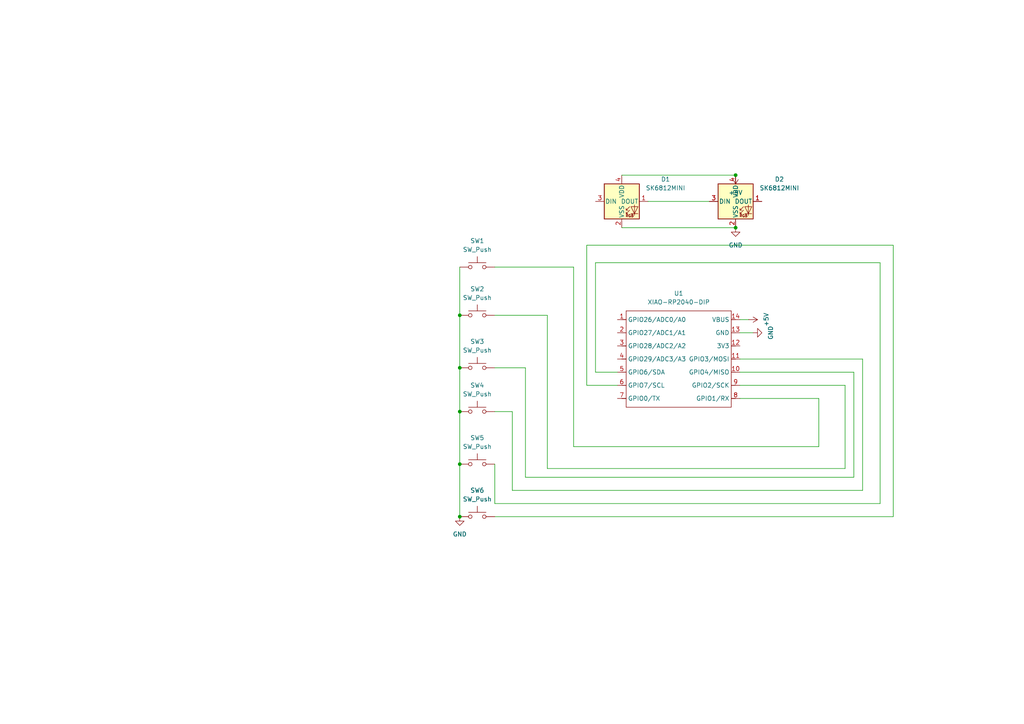
<source format=kicad_sch>
(kicad_sch
	(version 20250114)
	(generator "eeschema")
	(generator_version "9.0")
	(uuid "4443c7d6-165d-46f1-945f-3abb6ff546b3")
	(paper "A4")
	(lib_symbols
		(symbol "LED:SK6812MINI"
			(pin_names
				(offset 0.254)
			)
			(exclude_from_sim no)
			(in_bom yes)
			(on_board yes)
			(property "Reference" "D"
				(at 5.08 5.715 0)
				(effects
					(font
						(size 1.27 1.27)
					)
					(justify right bottom)
				)
			)
			(property "Value" "SK6812MINI"
				(at 1.27 -5.715 0)
				(effects
					(font
						(size 1.27 1.27)
					)
					(justify left top)
				)
			)
			(property "Footprint" "LED_SMD:LED_SK6812MINI_PLCC4_3.5x3.5mm_P1.75mm"
				(at 1.27 -7.62 0)
				(effects
					(font
						(size 1.27 1.27)
					)
					(justify left top)
					(hide yes)
				)
			)
			(property "Datasheet" "https://cdn-shop.adafruit.com/product-files/2686/SK6812MINI_REV.01-1-2.pdf"
				(at 2.54 -9.525 0)
				(effects
					(font
						(size 1.27 1.27)
					)
					(justify left top)
					(hide yes)
				)
			)
			(property "Description" "RGB LED with integrated controller"
				(at 0 0 0)
				(effects
					(font
						(size 1.27 1.27)
					)
					(hide yes)
				)
			)
			(property "ki_keywords" "RGB LED NeoPixel Mini addressable"
				(at 0 0 0)
				(effects
					(font
						(size 1.27 1.27)
					)
					(hide yes)
				)
			)
			(property "ki_fp_filters" "LED*SK6812MINI*PLCC*3.5x3.5mm*P1.75mm*"
				(at 0 0 0)
				(effects
					(font
						(size 1.27 1.27)
					)
					(hide yes)
				)
			)
			(symbol "SK6812MINI_0_0"
				(text "RGB"
					(at 2.286 -4.191 0)
					(effects
						(font
							(size 0.762 0.762)
						)
					)
				)
			)
			(symbol "SK6812MINI_0_1"
				(polyline
					(pts
						(xy 1.27 -2.54) (xy 1.778 -2.54)
					)
					(stroke
						(width 0)
						(type default)
					)
					(fill
						(type none)
					)
				)
				(polyline
					(pts
						(xy 1.27 -3.556) (xy 1.778 -3.556)
					)
					(stroke
						(width 0)
						(type default)
					)
					(fill
						(type none)
					)
				)
				(polyline
					(pts
						(xy 2.286 -1.524) (xy 1.27 -2.54) (xy 1.27 -2.032)
					)
					(stroke
						(width 0)
						(type default)
					)
					(fill
						(type none)
					)
				)
				(polyline
					(pts
						(xy 2.286 -2.54) (xy 1.27 -3.556) (xy 1.27 -3.048)
					)
					(stroke
						(width 0)
						(type default)
					)
					(fill
						(type none)
					)
				)
				(polyline
					(pts
						(xy 3.683 -1.016) (xy 3.683 -3.556) (xy 3.683 -4.064)
					)
					(stroke
						(width 0)
						(type default)
					)
					(fill
						(type none)
					)
				)
				(polyline
					(pts
						(xy 4.699 -1.524) (xy 2.667 -1.524) (xy 3.683 -3.556) (xy 4.699 -1.524)
					)
					(stroke
						(width 0)
						(type default)
					)
					(fill
						(type none)
					)
				)
				(polyline
					(pts
						(xy 4.699 -3.556) (xy 2.667 -3.556)
					)
					(stroke
						(width 0)
						(type default)
					)
					(fill
						(type none)
					)
				)
				(rectangle
					(start 5.08 5.08)
					(end -5.08 -5.08)
					(stroke
						(width 0.254)
						(type default)
					)
					(fill
						(type background)
					)
				)
			)
			(symbol "SK6812MINI_1_1"
				(pin input line
					(at -7.62 0 0)
					(length 2.54)
					(name "DIN"
						(effects
							(font
								(size 1.27 1.27)
							)
						)
					)
					(number "3"
						(effects
							(font
								(size 1.27 1.27)
							)
						)
					)
				)
				(pin power_in line
					(at 0 7.62 270)
					(length 2.54)
					(name "VDD"
						(effects
							(font
								(size 1.27 1.27)
							)
						)
					)
					(number "4"
						(effects
							(font
								(size 1.27 1.27)
							)
						)
					)
				)
				(pin power_in line
					(at 0 -7.62 90)
					(length 2.54)
					(name "VSS"
						(effects
							(font
								(size 1.27 1.27)
							)
						)
					)
					(number "2"
						(effects
							(font
								(size 1.27 1.27)
							)
						)
					)
				)
				(pin output line
					(at 7.62 0 180)
					(length 2.54)
					(name "DOUT"
						(effects
							(font
								(size 1.27 1.27)
							)
						)
					)
					(number "1"
						(effects
							(font
								(size 1.27 1.27)
							)
						)
					)
				)
			)
			(embedded_fonts no)
		)
		(symbol "Seeed_Studio_XIAO_Series:XIAO-RP2040-DIP"
			(exclude_from_sim no)
			(in_bom yes)
			(on_board yes)
			(property "Reference" "U"
				(at 0 0 0)
				(effects
					(font
						(size 1.27 1.27)
					)
				)
			)
			(property "Value" "XIAO-RP2040-DIP"
				(at 5.334 -1.778 0)
				(effects
					(font
						(size 1.27 1.27)
					)
				)
			)
			(property "Footprint" "Module:MOUDLE14P-XIAO-DIP-SMD"
				(at 14.478 -32.258 0)
				(effects
					(font
						(size 1.27 1.27)
					)
					(hide yes)
				)
			)
			(property "Datasheet" ""
				(at 0 0 0)
				(effects
					(font
						(size 1.27 1.27)
					)
					(hide yes)
				)
			)
			(property "Description" ""
				(at 0 0 0)
				(effects
					(font
						(size 1.27 1.27)
					)
					(hide yes)
				)
			)
			(symbol "XIAO-RP2040-DIP_1_0"
				(polyline
					(pts
						(xy -1.27 -2.54) (xy 29.21 -2.54)
					)
					(stroke
						(width 0.1524)
						(type solid)
					)
					(fill
						(type none)
					)
				)
				(polyline
					(pts
						(xy -1.27 -5.08) (xy -2.54 -5.08)
					)
					(stroke
						(width 0.1524)
						(type solid)
					)
					(fill
						(type none)
					)
				)
				(polyline
					(pts
						(xy -1.27 -5.08) (xy -1.27 -2.54)
					)
					(stroke
						(width 0.1524)
						(type solid)
					)
					(fill
						(type none)
					)
				)
				(polyline
					(pts
						(xy -1.27 -8.89) (xy -2.54 -8.89)
					)
					(stroke
						(width 0.1524)
						(type solid)
					)
					(fill
						(type none)
					)
				)
				(polyline
					(pts
						(xy -1.27 -8.89) (xy -1.27 -5.08)
					)
					(stroke
						(width 0.1524)
						(type solid)
					)
					(fill
						(type none)
					)
				)
				(polyline
					(pts
						(xy -1.27 -12.7) (xy -2.54 -12.7)
					)
					(stroke
						(width 0.1524)
						(type solid)
					)
					(fill
						(type none)
					)
				)
				(polyline
					(pts
						(xy -1.27 -12.7) (xy -1.27 -8.89)
					)
					(stroke
						(width 0.1524)
						(type solid)
					)
					(fill
						(type none)
					)
				)
				(polyline
					(pts
						(xy -1.27 -16.51) (xy -2.54 -16.51)
					)
					(stroke
						(width 0.1524)
						(type solid)
					)
					(fill
						(type none)
					)
				)
				(polyline
					(pts
						(xy -1.27 -16.51) (xy -1.27 -12.7)
					)
					(stroke
						(width 0.1524)
						(type solid)
					)
					(fill
						(type none)
					)
				)
				(polyline
					(pts
						(xy -1.27 -20.32) (xy -2.54 -20.32)
					)
					(stroke
						(width 0.1524)
						(type solid)
					)
					(fill
						(type none)
					)
				)
				(polyline
					(pts
						(xy -1.27 -24.13) (xy -2.54 -24.13)
					)
					(stroke
						(width 0.1524)
						(type solid)
					)
					(fill
						(type none)
					)
				)
				(polyline
					(pts
						(xy -1.27 -27.94) (xy -2.54 -27.94)
					)
					(stroke
						(width 0.1524)
						(type solid)
					)
					(fill
						(type none)
					)
				)
				(polyline
					(pts
						(xy -1.27 -30.48) (xy -1.27 -16.51)
					)
					(stroke
						(width 0.1524)
						(type solid)
					)
					(fill
						(type none)
					)
				)
				(polyline
					(pts
						(xy 29.21 -2.54) (xy 29.21 -5.08)
					)
					(stroke
						(width 0.1524)
						(type solid)
					)
					(fill
						(type none)
					)
				)
				(polyline
					(pts
						(xy 29.21 -5.08) (xy 29.21 -8.89)
					)
					(stroke
						(width 0.1524)
						(type solid)
					)
					(fill
						(type none)
					)
				)
				(polyline
					(pts
						(xy 29.21 -8.89) (xy 29.21 -12.7)
					)
					(stroke
						(width 0.1524)
						(type solid)
					)
					(fill
						(type none)
					)
				)
				(polyline
					(pts
						(xy 29.21 -12.7) (xy 29.21 -30.48)
					)
					(stroke
						(width 0.1524)
						(type solid)
					)
					(fill
						(type none)
					)
				)
				(polyline
					(pts
						(xy 29.21 -30.48) (xy -1.27 -30.48)
					)
					(stroke
						(width 0.1524)
						(type solid)
					)
					(fill
						(type none)
					)
				)
				(polyline
					(pts
						(xy 30.48 -5.08) (xy 29.21 -5.08)
					)
					(stroke
						(width 0.1524)
						(type solid)
					)
					(fill
						(type none)
					)
				)
				(polyline
					(pts
						(xy 30.48 -8.89) (xy 29.21 -8.89)
					)
					(stroke
						(width 0.1524)
						(type solid)
					)
					(fill
						(type none)
					)
				)
				(polyline
					(pts
						(xy 30.48 -12.7) (xy 29.21 -12.7)
					)
					(stroke
						(width 0.1524)
						(type solid)
					)
					(fill
						(type none)
					)
				)
				(polyline
					(pts
						(xy 30.48 -16.51) (xy 29.21 -16.51)
					)
					(stroke
						(width 0.1524)
						(type solid)
					)
					(fill
						(type none)
					)
				)
				(polyline
					(pts
						(xy 30.48 -20.32) (xy 29.21 -20.32)
					)
					(stroke
						(width 0.1524)
						(type solid)
					)
					(fill
						(type none)
					)
				)
				(polyline
					(pts
						(xy 30.48 -24.13) (xy 29.21 -24.13)
					)
					(stroke
						(width 0.1524)
						(type solid)
					)
					(fill
						(type none)
					)
				)
				(polyline
					(pts
						(xy 30.48 -27.94) (xy 29.21 -27.94)
					)
					(stroke
						(width 0.1524)
						(type solid)
					)
					(fill
						(type none)
					)
				)
				(pin passive line
					(at -3.81 -5.08 0)
					(length 2.54)
					(name "GPIO26/ADC0/A0"
						(effects
							(font
								(size 1.27 1.27)
							)
						)
					)
					(number "1"
						(effects
							(font
								(size 1.27 1.27)
							)
						)
					)
				)
				(pin passive line
					(at -3.81 -8.89 0)
					(length 2.54)
					(name "GPIO27/ADC1/A1"
						(effects
							(font
								(size 1.27 1.27)
							)
						)
					)
					(number "2"
						(effects
							(font
								(size 1.27 1.27)
							)
						)
					)
				)
				(pin passive line
					(at -3.81 -12.7 0)
					(length 2.54)
					(name "GPIO28/ADC2/A2"
						(effects
							(font
								(size 1.27 1.27)
							)
						)
					)
					(number "3"
						(effects
							(font
								(size 1.27 1.27)
							)
						)
					)
				)
				(pin passive line
					(at -3.81 -16.51 0)
					(length 2.54)
					(name "GPIO29/ADC3/A3"
						(effects
							(font
								(size 1.27 1.27)
							)
						)
					)
					(number "4"
						(effects
							(font
								(size 1.27 1.27)
							)
						)
					)
				)
				(pin passive line
					(at -3.81 -20.32 0)
					(length 2.54)
					(name "GPIO6/SDA"
						(effects
							(font
								(size 1.27 1.27)
							)
						)
					)
					(number "5"
						(effects
							(font
								(size 1.27 1.27)
							)
						)
					)
				)
				(pin passive line
					(at -3.81 -24.13 0)
					(length 2.54)
					(name "GPIO7/SCL"
						(effects
							(font
								(size 1.27 1.27)
							)
						)
					)
					(number "6"
						(effects
							(font
								(size 1.27 1.27)
							)
						)
					)
				)
				(pin passive line
					(at -3.81 -27.94 0)
					(length 2.54)
					(name "GPIO0/TX"
						(effects
							(font
								(size 1.27 1.27)
							)
						)
					)
					(number "7"
						(effects
							(font
								(size 1.27 1.27)
							)
						)
					)
				)
				(pin passive line
					(at 31.75 -5.08 180)
					(length 2.54)
					(name "VBUS"
						(effects
							(font
								(size 1.27 1.27)
							)
						)
					)
					(number "14"
						(effects
							(font
								(size 1.27 1.27)
							)
						)
					)
				)
				(pin passive line
					(at 31.75 -8.89 180)
					(length 2.54)
					(name "GND"
						(effects
							(font
								(size 1.27 1.27)
							)
						)
					)
					(number "13"
						(effects
							(font
								(size 1.27 1.27)
							)
						)
					)
				)
				(pin passive line
					(at 31.75 -12.7 180)
					(length 2.54)
					(name "3V3"
						(effects
							(font
								(size 1.27 1.27)
							)
						)
					)
					(number "12"
						(effects
							(font
								(size 1.27 1.27)
							)
						)
					)
				)
				(pin passive line
					(at 31.75 -16.51 180)
					(length 2.54)
					(name "GPIO3/MOSI"
						(effects
							(font
								(size 1.27 1.27)
							)
						)
					)
					(number "11"
						(effects
							(font
								(size 1.27 1.27)
							)
						)
					)
				)
				(pin passive line
					(at 31.75 -20.32 180)
					(length 2.54)
					(name "GPIO4/MISO"
						(effects
							(font
								(size 1.27 1.27)
							)
						)
					)
					(number "10"
						(effects
							(font
								(size 1.27 1.27)
							)
						)
					)
				)
				(pin passive line
					(at 31.75 -24.13 180)
					(length 2.54)
					(name "GPIO2/SCK"
						(effects
							(font
								(size 1.27 1.27)
							)
						)
					)
					(number "9"
						(effects
							(font
								(size 1.27 1.27)
							)
						)
					)
				)
				(pin passive line
					(at 31.75 -27.94 180)
					(length 2.54)
					(name "GPIO1/RX"
						(effects
							(font
								(size 1.27 1.27)
							)
						)
					)
					(number "8"
						(effects
							(font
								(size 1.27 1.27)
							)
						)
					)
				)
			)
			(embedded_fonts no)
		)
		(symbol "Switch:SW_Push"
			(pin_numbers
				(hide yes)
			)
			(pin_names
				(offset 1.016)
				(hide yes)
			)
			(exclude_from_sim no)
			(in_bom yes)
			(on_board yes)
			(property "Reference" "SW"
				(at 1.27 2.54 0)
				(effects
					(font
						(size 1.27 1.27)
					)
					(justify left)
				)
			)
			(property "Value" "SW_Push"
				(at 0 -1.524 0)
				(effects
					(font
						(size 1.27 1.27)
					)
				)
			)
			(property "Footprint" ""
				(at 0 5.08 0)
				(effects
					(font
						(size 1.27 1.27)
					)
					(hide yes)
				)
			)
			(property "Datasheet" "~"
				(at 0 5.08 0)
				(effects
					(font
						(size 1.27 1.27)
					)
					(hide yes)
				)
			)
			(property "Description" "Push button switch, generic, two pins"
				(at 0 0 0)
				(effects
					(font
						(size 1.27 1.27)
					)
					(hide yes)
				)
			)
			(property "ki_keywords" "switch normally-open pushbutton push-button"
				(at 0 0 0)
				(effects
					(font
						(size 1.27 1.27)
					)
					(hide yes)
				)
			)
			(symbol "SW_Push_0_1"
				(circle
					(center -2.032 0)
					(radius 0.508)
					(stroke
						(width 0)
						(type default)
					)
					(fill
						(type none)
					)
				)
				(polyline
					(pts
						(xy 0 1.27) (xy 0 3.048)
					)
					(stroke
						(width 0)
						(type default)
					)
					(fill
						(type none)
					)
				)
				(circle
					(center 2.032 0)
					(radius 0.508)
					(stroke
						(width 0)
						(type default)
					)
					(fill
						(type none)
					)
				)
				(polyline
					(pts
						(xy 2.54 1.27) (xy -2.54 1.27)
					)
					(stroke
						(width 0)
						(type default)
					)
					(fill
						(type none)
					)
				)
				(pin passive line
					(at -5.08 0 0)
					(length 2.54)
					(name "1"
						(effects
							(font
								(size 1.27 1.27)
							)
						)
					)
					(number "1"
						(effects
							(font
								(size 1.27 1.27)
							)
						)
					)
				)
				(pin passive line
					(at 5.08 0 180)
					(length 2.54)
					(name "2"
						(effects
							(font
								(size 1.27 1.27)
							)
						)
					)
					(number "2"
						(effects
							(font
								(size 1.27 1.27)
							)
						)
					)
				)
			)
			(embedded_fonts no)
		)
		(symbol "power:+5V"
			(power)
			(pin_numbers
				(hide yes)
			)
			(pin_names
				(offset 0)
				(hide yes)
			)
			(exclude_from_sim no)
			(in_bom yes)
			(on_board yes)
			(property "Reference" "#PWR"
				(at 0 -3.81 0)
				(effects
					(font
						(size 1.27 1.27)
					)
					(hide yes)
				)
			)
			(property "Value" "+5V"
				(at 0 3.556 0)
				(effects
					(font
						(size 1.27 1.27)
					)
				)
			)
			(property "Footprint" ""
				(at 0 0 0)
				(effects
					(font
						(size 1.27 1.27)
					)
					(hide yes)
				)
			)
			(property "Datasheet" ""
				(at 0 0 0)
				(effects
					(font
						(size 1.27 1.27)
					)
					(hide yes)
				)
			)
			(property "Description" "Power symbol creates a global label with name \"+5V\""
				(at 0 0 0)
				(effects
					(font
						(size 1.27 1.27)
					)
					(hide yes)
				)
			)
			(property "ki_keywords" "global power"
				(at 0 0 0)
				(effects
					(font
						(size 1.27 1.27)
					)
					(hide yes)
				)
			)
			(symbol "+5V_0_1"
				(polyline
					(pts
						(xy -0.762 1.27) (xy 0 2.54)
					)
					(stroke
						(width 0)
						(type default)
					)
					(fill
						(type none)
					)
				)
				(polyline
					(pts
						(xy 0 2.54) (xy 0.762 1.27)
					)
					(stroke
						(width 0)
						(type default)
					)
					(fill
						(type none)
					)
				)
				(polyline
					(pts
						(xy 0 0) (xy 0 2.54)
					)
					(stroke
						(width 0)
						(type default)
					)
					(fill
						(type none)
					)
				)
			)
			(symbol "+5V_1_1"
				(pin power_in line
					(at 0 0 90)
					(length 0)
					(name "~"
						(effects
							(font
								(size 1.27 1.27)
							)
						)
					)
					(number "1"
						(effects
							(font
								(size 1.27 1.27)
							)
						)
					)
				)
			)
			(embedded_fonts no)
		)
		(symbol "power:GND"
			(power)
			(pin_numbers
				(hide yes)
			)
			(pin_names
				(offset 0)
				(hide yes)
			)
			(exclude_from_sim no)
			(in_bom yes)
			(on_board yes)
			(property "Reference" "#PWR"
				(at 0 -6.35 0)
				(effects
					(font
						(size 1.27 1.27)
					)
					(hide yes)
				)
			)
			(property "Value" "GND"
				(at 0 -3.81 0)
				(effects
					(font
						(size 1.27 1.27)
					)
				)
			)
			(property "Footprint" ""
				(at 0 0 0)
				(effects
					(font
						(size 1.27 1.27)
					)
					(hide yes)
				)
			)
			(property "Datasheet" ""
				(at 0 0 0)
				(effects
					(font
						(size 1.27 1.27)
					)
					(hide yes)
				)
			)
			(property "Description" "Power symbol creates a global label with name \"GND\" , ground"
				(at 0 0 0)
				(effects
					(font
						(size 1.27 1.27)
					)
					(hide yes)
				)
			)
			(property "ki_keywords" "global power"
				(at 0 0 0)
				(effects
					(font
						(size 1.27 1.27)
					)
					(hide yes)
				)
			)
			(symbol "GND_0_1"
				(polyline
					(pts
						(xy 0 0) (xy 0 -1.27) (xy 1.27 -1.27) (xy 0 -2.54) (xy -1.27 -1.27) (xy 0 -1.27)
					)
					(stroke
						(width 0)
						(type default)
					)
					(fill
						(type none)
					)
				)
			)
			(symbol "GND_1_1"
				(pin power_in line
					(at 0 0 270)
					(length 0)
					(name "~"
						(effects
							(font
								(size 1.27 1.27)
							)
						)
					)
					(number "1"
						(effects
							(font
								(size 1.27 1.27)
							)
						)
					)
				)
			)
			(embedded_fonts no)
		)
	)
	(junction
		(at 133.35 149.86)
		(diameter 0)
		(color 0 0 0 0)
		(uuid "0806d054-b28f-4102-85f8-87add44222ed")
	)
	(junction
		(at 133.35 106.68)
		(diameter 0)
		(color 0 0 0 0)
		(uuid "276e47ab-e605-4234-8c76-20dc3b6131df")
	)
	(junction
		(at 213.36 66.04)
		(diameter 0)
		(color 0 0 0 0)
		(uuid "4b832460-fc46-4ec5-89bf-fb8e7941e6ea")
	)
	(junction
		(at 133.35 119.38)
		(diameter 0)
		(color 0 0 0 0)
		(uuid "5f07af5e-e01f-4e0f-9981-7cc06620de61")
	)
	(junction
		(at 133.35 91.44)
		(diameter 0)
		(color 0 0 0 0)
		(uuid "7663650d-4581-493d-a8e6-300af1131b92")
	)
	(junction
		(at 213.36 50.8)
		(diameter 0)
		(color 0 0 0 0)
		(uuid "94312a6f-4d67-467e-a7f2-1d9fd2a8971d")
	)
	(junction
		(at 133.35 134.62)
		(diameter 0)
		(color 0 0 0 0)
		(uuid "c9401bec-0a86-42a2-9390-be993f05554f")
	)
	(wire
		(pts
			(xy 143.51 134.62) (xy 143.51 146.05)
		)
		(stroke
			(width 0)
			(type default)
		)
		(uuid "01c2b351-1836-47ba-b28f-40fcfe8b391e")
	)
	(wire
		(pts
			(xy 247.65 107.95) (xy 247.65 138.43)
		)
		(stroke
			(width 0)
			(type default)
		)
		(uuid "01c724e9-84c1-4318-abfa-3f46bd331827")
	)
	(wire
		(pts
			(xy 158.75 135.89) (xy 158.75 91.44)
		)
		(stroke
			(width 0)
			(type default)
		)
		(uuid "08762c6d-d73d-4a5d-905c-ce6af3ae0291")
	)
	(wire
		(pts
			(xy 237.49 115.57) (xy 237.49 129.54)
		)
		(stroke
			(width 0)
			(type default)
		)
		(uuid "0aa93483-1033-452c-b2f6-3c64ebeb5dbc")
	)
	(wire
		(pts
			(xy 143.51 149.86) (xy 259.08 149.86)
		)
		(stroke
			(width 0)
			(type default)
		)
		(uuid "1cd4d57d-f5c6-4013-9b35-cab126b21567")
	)
	(wire
		(pts
			(xy 172.72 76.2) (xy 172.72 107.95)
		)
		(stroke
			(width 0)
			(type default)
		)
		(uuid "264e10b3-145e-4a8b-8b22-0bcb0ba7b544")
	)
	(wire
		(pts
			(xy 170.18 71.12) (xy 170.18 111.76)
		)
		(stroke
			(width 0)
			(type default)
		)
		(uuid "29fd997a-cfe2-4329-a45c-b118d0608f1a")
	)
	(wire
		(pts
			(xy 214.63 115.57) (xy 237.49 115.57)
		)
		(stroke
			(width 0)
			(type default)
		)
		(uuid "2c840d50-d723-4612-b721-089d297c833b")
	)
	(wire
		(pts
			(xy 133.35 134.62) (xy 133.35 149.86)
		)
		(stroke
			(width 0)
			(type default)
		)
		(uuid "2d9bb8a3-4647-476d-8a26-75b7bcbb11c5")
	)
	(wire
		(pts
			(xy 259.08 71.12) (xy 170.18 71.12)
		)
		(stroke
			(width 0)
			(type default)
		)
		(uuid "3135e63a-b965-42e8-9bc2-b973568a7e86")
	)
	(wire
		(pts
			(xy 180.34 66.04) (xy 213.36 66.04)
		)
		(stroke
			(width 0)
			(type default)
		)
		(uuid "37246baf-0a67-4e50-9618-bec883a9aeb2")
	)
	(wire
		(pts
			(xy 148.59 119.38) (xy 148.59 142.24)
		)
		(stroke
			(width 0)
			(type default)
		)
		(uuid "377bee51-009c-4353-b0ee-e6bfc16b4ba3")
	)
	(wire
		(pts
			(xy 250.19 104.14) (xy 214.63 104.14)
		)
		(stroke
			(width 0)
			(type default)
		)
		(uuid "3be891b9-b687-4c62-b9a2-940a564c101e")
	)
	(wire
		(pts
			(xy 148.59 142.24) (xy 250.19 142.24)
		)
		(stroke
			(width 0)
			(type default)
		)
		(uuid "42399223-f3d0-492d-a1bf-b81c4cf1891e")
	)
	(wire
		(pts
			(xy 214.63 111.76) (xy 245.11 111.76)
		)
		(stroke
			(width 0)
			(type default)
		)
		(uuid "582925ea-c5c1-4e76-8495-8e9e7ea29b1b")
	)
	(wire
		(pts
			(xy 133.35 91.44) (xy 133.35 106.68)
		)
		(stroke
			(width 0)
			(type default)
		)
		(uuid "64ad4b42-b6da-4591-99cd-7b41ef6e916c")
	)
	(wire
		(pts
			(xy 152.4 138.43) (xy 152.4 106.68)
		)
		(stroke
			(width 0)
			(type default)
		)
		(uuid "69491e2f-48f5-41c5-8b4a-269fabda2838")
	)
	(wire
		(pts
			(xy 133.35 119.38) (xy 133.35 134.62)
		)
		(stroke
			(width 0)
			(type default)
		)
		(uuid "6e93bfc0-f351-425b-92dc-c17fe214053e")
	)
	(wire
		(pts
			(xy 214.63 107.95) (xy 247.65 107.95)
		)
		(stroke
			(width 0)
			(type default)
		)
		(uuid "7304dd25-02a8-4a9d-bdf0-54b1e2455f7f")
	)
	(wire
		(pts
			(xy 218.44 96.52) (xy 214.63 96.52)
		)
		(stroke
			(width 0)
			(type default)
		)
		(uuid "7421c25f-3518-4aa7-8963-60ec9c96540b")
	)
	(wire
		(pts
			(xy 133.35 77.47) (xy 133.35 91.44)
		)
		(stroke
			(width 0)
			(type default)
		)
		(uuid "7a18f54b-655d-4011-a317-e9f8a9088008")
	)
	(wire
		(pts
			(xy 247.65 138.43) (xy 152.4 138.43)
		)
		(stroke
			(width 0)
			(type default)
		)
		(uuid "8319159e-11d8-415a-98b1-1fed1d6ea263")
	)
	(wire
		(pts
			(xy 250.19 142.24) (xy 250.19 104.14)
		)
		(stroke
			(width 0)
			(type default)
		)
		(uuid "85c46dc8-e894-4fa4-a99b-62e1077871f7")
	)
	(wire
		(pts
			(xy 172.72 107.95) (xy 179.07 107.95)
		)
		(stroke
			(width 0)
			(type default)
		)
		(uuid "871a0e10-6c24-4243-bc1a-5b2575a4e160")
	)
	(wire
		(pts
			(xy 245.11 111.76) (xy 245.11 135.89)
		)
		(stroke
			(width 0)
			(type default)
		)
		(uuid "92ffc34c-f778-466e-9cf9-07eaf0d99959")
	)
	(wire
		(pts
			(xy 166.37 129.54) (xy 166.37 77.47)
		)
		(stroke
			(width 0)
			(type default)
		)
		(uuid "9dcc52a9-58da-44d5-9faf-420f4f02c68b")
	)
	(wire
		(pts
			(xy 259.08 149.86) (xy 259.08 71.12)
		)
		(stroke
			(width 0)
			(type default)
		)
		(uuid "a58150e7-1eb1-41e2-af10-a7173a7cbb75")
	)
	(wire
		(pts
			(xy 245.11 135.89) (xy 158.75 135.89)
		)
		(stroke
			(width 0)
			(type default)
		)
		(uuid "a662dc54-fb0e-47d9-b1e5-f6baa259d11d")
	)
	(wire
		(pts
			(xy 158.75 91.44) (xy 143.51 91.44)
		)
		(stroke
			(width 0)
			(type default)
		)
		(uuid "aad39689-2fb0-4720-9786-f876681ce5d2")
	)
	(wire
		(pts
			(xy 170.18 111.76) (xy 179.07 111.76)
		)
		(stroke
			(width 0)
			(type default)
		)
		(uuid "ace12c79-2703-4fd1-8e2e-c15f6443444c")
	)
	(wire
		(pts
			(xy 143.51 119.38) (xy 148.59 119.38)
		)
		(stroke
			(width 0)
			(type default)
		)
		(uuid "ae629609-cc4e-49f3-9c32-ed2da30098d2")
	)
	(wire
		(pts
			(xy 180.34 50.8) (xy 213.36 50.8)
		)
		(stroke
			(width 0)
			(type default)
		)
		(uuid "b23e3464-4f0d-40af-836c-66ed3acf204f")
	)
	(wire
		(pts
			(xy 143.51 146.05) (xy 255.27 146.05)
		)
		(stroke
			(width 0)
			(type default)
		)
		(uuid "cb9c2fff-e6ac-493c-a8a7-7b950ca77a97")
	)
	(wire
		(pts
			(xy 255.27 146.05) (xy 255.27 76.2)
		)
		(stroke
			(width 0)
			(type default)
		)
		(uuid "cd7cc8b9-232f-40f8-b51b-a67d3ea80014")
	)
	(wire
		(pts
			(xy 166.37 77.47) (xy 143.51 77.47)
		)
		(stroke
			(width 0)
			(type default)
		)
		(uuid "d25c7b8c-7188-4eee-87f3-b05117319323")
	)
	(wire
		(pts
			(xy 217.17 92.71) (xy 214.63 92.71)
		)
		(stroke
			(width 0)
			(type default)
		)
		(uuid "dc453b4c-8769-4f57-b499-2ebbbcbf2193")
	)
	(wire
		(pts
			(xy 237.49 129.54) (xy 166.37 129.54)
		)
		(stroke
			(width 0)
			(type default)
		)
		(uuid "e012664a-0cd1-46f3-a837-3b507ffcf016")
	)
	(wire
		(pts
			(xy 255.27 76.2) (xy 172.72 76.2)
		)
		(stroke
			(width 0)
			(type default)
		)
		(uuid "e14097e1-bca2-4a15-a144-75260f5f2f17")
	)
	(wire
		(pts
			(xy 152.4 106.68) (xy 143.51 106.68)
		)
		(stroke
			(width 0)
			(type default)
		)
		(uuid "e554ae62-8c7e-445b-9903-aa1a736698ef")
	)
	(wire
		(pts
			(xy 133.35 106.68) (xy 133.35 119.38)
		)
		(stroke
			(width 0)
			(type default)
		)
		(uuid "f13ae99e-730b-4cc5-8d20-2232c884c725")
	)
	(wire
		(pts
			(xy 187.96 58.42) (xy 205.74 58.42)
		)
		(stroke
			(width 0)
			(type default)
		)
		(uuid "f632733f-35b5-4ba5-87be-5f08f7ea11a3")
	)
	(symbol
		(lib_id "power:GND")
		(at 133.35 149.86 0)
		(unit 1)
		(exclude_from_sim no)
		(in_bom yes)
		(on_board yes)
		(dnp no)
		(fields_autoplaced yes)
		(uuid "0e89413a-bf7f-4e5b-b9d2-bf7cb0d346d7")
		(property "Reference" "#PWR02"
			(at 133.35 156.21 0)
			(effects
				(font
					(size 1.27 1.27)
				)
				(hide yes)
			)
		)
		(property "Value" "GND"
			(at 133.35 154.94 0)
			(effects
				(font
					(size 1.27 1.27)
				)
			)
		)
		(property "Footprint" ""
			(at 133.35 149.86 0)
			(effects
				(font
					(size 1.27 1.27)
				)
				(hide yes)
			)
		)
		(property "Datasheet" ""
			(at 133.35 149.86 0)
			(effects
				(font
					(size 1.27 1.27)
				)
				(hide yes)
			)
		)
		(property "Description" "Power symbol creates a global label with name \"GND\" , ground"
			(at 133.35 149.86 0)
			(effects
				(font
					(size 1.27 1.27)
				)
				(hide yes)
			)
		)
		(pin "1"
			(uuid "3e4b3470-cd3f-4b03-9d74-ceb5c98df068")
		)
		(instances
			(project ""
				(path "/4443c7d6-165d-46f1-945f-3abb6ff546b3"
					(reference "#PWR02")
					(unit 1)
				)
			)
		)
	)
	(symbol
		(lib_id "Switch:SW_Push")
		(at 138.43 134.62 0)
		(unit 1)
		(exclude_from_sim no)
		(in_bom yes)
		(on_board yes)
		(dnp no)
		(fields_autoplaced yes)
		(uuid "494b42a4-0fa8-4662-994d-923425fc9d99")
		(property "Reference" "SW5"
			(at 138.43 127 0)
			(effects
				(font
					(size 1.27 1.27)
				)
			)
		)
		(property "Value" "SW_Push"
			(at 138.43 129.54 0)
			(effects
				(font
					(size 1.27 1.27)
				)
			)
		)
		(property "Footprint" "Button_Switch_Keyboard:SW_Cherry_MX_1.00u_PCB"
			(at 138.43 129.54 0)
			(effects
				(font
					(size 1.27 1.27)
				)
				(hide yes)
			)
		)
		(property "Datasheet" "~"
			(at 138.43 129.54 0)
			(effects
				(font
					(size 1.27 1.27)
				)
				(hide yes)
			)
		)
		(property "Description" "Push button switch, generic, two pins"
			(at 138.43 134.62 0)
			(effects
				(font
					(size 1.27 1.27)
				)
				(hide yes)
			)
		)
		(pin "1"
			(uuid "c8f43b8d-31a6-4eb0-96f1-eff9ac3eb612")
		)
		(pin "2"
			(uuid "bbf7f023-3a05-4b05-8679-a7dd560acbdd")
		)
		(instances
			(project ""
				(path "/4443c7d6-165d-46f1-945f-3abb6ff546b3"
					(reference "SW5")
					(unit 1)
				)
			)
		)
	)
	(symbol
		(lib_id "power:+5V")
		(at 217.17 92.71 270)
		(unit 1)
		(exclude_from_sim no)
		(in_bom yes)
		(on_board yes)
		(dnp no)
		(fields_autoplaced yes)
		(uuid "5dd38f2a-aa6e-4002-9b55-18a3f6b4c7f2")
		(property "Reference" "#PWR04"
			(at 213.36 92.71 0)
			(effects
				(font
					(size 1.27 1.27)
				)
				(hide yes)
			)
		)
		(property "Value" "+5V"
			(at 222.25 92.71 0)
			(effects
				(font
					(size 1.27 1.27)
				)
			)
		)
		(property "Footprint" ""
			(at 217.17 92.71 0)
			(effects
				(font
					(size 1.27 1.27)
				)
				(hide yes)
			)
		)
		(property "Datasheet" ""
			(at 217.17 92.71 0)
			(effects
				(font
					(size 1.27 1.27)
				)
				(hide yes)
			)
		)
		(property "Description" "Power symbol creates a global label with name \"+5V\""
			(at 217.17 92.71 0)
			(effects
				(font
					(size 1.27 1.27)
				)
				(hide yes)
			)
		)
		(pin "1"
			(uuid "f2c5b1c2-f119-4525-b383-91352c47805f")
		)
		(instances
			(project ""
				(path "/4443c7d6-165d-46f1-945f-3abb6ff546b3"
					(reference "#PWR04")
					(unit 1)
				)
			)
		)
	)
	(symbol
		(lib_id "Switch:SW_Push")
		(at 138.43 106.68 0)
		(unit 1)
		(exclude_from_sim no)
		(in_bom yes)
		(on_board yes)
		(dnp no)
		(fields_autoplaced yes)
		(uuid "5e9244d9-ca83-4958-b75e-08ccc8d2bd53")
		(property "Reference" "SW3"
			(at 138.43 99.06 0)
			(effects
				(font
					(size 1.27 1.27)
				)
			)
		)
		(property "Value" "SW_Push"
			(at 138.43 101.6 0)
			(effects
				(font
					(size 1.27 1.27)
				)
			)
		)
		(property "Footprint" "Button_Switch_Keyboard:SW_Cherry_MX_1.00u_PCB"
			(at 138.43 101.6 0)
			(effects
				(font
					(size 1.27 1.27)
				)
				(hide yes)
			)
		)
		(property "Datasheet" "~"
			(at 138.43 101.6 0)
			(effects
				(font
					(size 1.27 1.27)
				)
				(hide yes)
			)
		)
		(property "Description" "Push button switch, generic, two pins"
			(at 138.43 106.68 0)
			(effects
				(font
					(size 1.27 1.27)
				)
				(hide yes)
			)
		)
		(pin "1"
			(uuid "31508c55-abed-458d-bf5f-6e4be32b1929")
		)
		(pin "2"
			(uuid "f2fe5d01-aaf0-4289-b877-2ea148cf570c")
		)
		(instances
			(project ""
				(path "/4443c7d6-165d-46f1-945f-3abb6ff546b3"
					(reference "SW3")
					(unit 1)
				)
			)
		)
	)
	(symbol
		(lib_id "power:GND")
		(at 218.44 96.52 90)
		(unit 1)
		(exclude_from_sim no)
		(in_bom yes)
		(on_board yes)
		(dnp no)
		(fields_autoplaced yes)
		(uuid "7e897c55-6ea0-4a67-bf0a-adf3ab7c2409")
		(property "Reference" "#PWR05"
			(at 224.79 96.52 0)
			(effects
				(font
					(size 1.27 1.27)
				)
				(hide yes)
			)
		)
		(property "Value" "GND"
			(at 223.52 96.52 0)
			(effects
				(font
					(size 1.27 1.27)
				)
			)
		)
		(property "Footprint" ""
			(at 218.44 96.52 0)
			(effects
				(font
					(size 1.27 1.27)
				)
				(hide yes)
			)
		)
		(property "Datasheet" ""
			(at 218.44 96.52 0)
			(effects
				(font
					(size 1.27 1.27)
				)
				(hide yes)
			)
		)
		(property "Description" "Power symbol creates a global label with name \"GND\" , ground"
			(at 218.44 96.52 0)
			(effects
				(font
					(size 1.27 1.27)
				)
				(hide yes)
			)
		)
		(pin "1"
			(uuid "9b575210-9458-4138-97a3-3187a946e7c2")
		)
		(instances
			(project ""
				(path "/4443c7d6-165d-46f1-945f-3abb6ff546b3"
					(reference "#PWR05")
					(unit 1)
				)
			)
		)
	)
	(symbol
		(lib_id "Switch:SW_Push")
		(at 138.43 119.38 0)
		(unit 1)
		(exclude_from_sim no)
		(in_bom yes)
		(on_board yes)
		(dnp no)
		(fields_autoplaced yes)
		(uuid "82a85aed-9332-4f14-9f4d-d93ac8b69778")
		(property "Reference" "SW4"
			(at 138.43 111.76 0)
			(effects
				(font
					(size 1.27 1.27)
				)
			)
		)
		(property "Value" "SW_Push"
			(at 138.43 114.3 0)
			(effects
				(font
					(size 1.27 1.27)
				)
			)
		)
		(property "Footprint" "Button_Switch_Keyboard:SW_Cherry_MX_1.00u_PCB"
			(at 138.43 114.3 0)
			(effects
				(font
					(size 1.27 1.27)
				)
				(hide yes)
			)
		)
		(property "Datasheet" "~"
			(at 138.43 114.3 0)
			(effects
				(font
					(size 1.27 1.27)
				)
				(hide yes)
			)
		)
		(property "Description" "Push button switch, generic, two pins"
			(at 138.43 119.38 0)
			(effects
				(font
					(size 1.27 1.27)
				)
				(hide yes)
			)
		)
		(pin "1"
			(uuid "16ed7188-a41c-411d-a5d6-c7bd75784d61")
		)
		(pin "2"
			(uuid "41feadc6-1648-41ef-a19f-02cebd1203d4")
		)
		(instances
			(project ""
				(path "/4443c7d6-165d-46f1-945f-3abb6ff546b3"
					(reference "SW4")
					(unit 1)
				)
			)
		)
	)
	(symbol
		(lib_id "power:+5V")
		(at 213.36 50.8 180)
		(unit 1)
		(exclude_from_sim no)
		(in_bom yes)
		(on_board yes)
		(dnp no)
		(fields_autoplaced yes)
		(uuid "9a7d22ed-5600-456c-b60e-729fe26a66fd")
		(property "Reference" "#PWR01"
			(at 213.36 46.99 0)
			(effects
				(font
					(size 1.27 1.27)
				)
				(hide yes)
			)
		)
		(property "Value" "+5V"
			(at 213.36 55.88 0)
			(effects
				(font
					(size 1.27 1.27)
				)
			)
		)
		(property "Footprint" ""
			(at 213.36 50.8 0)
			(effects
				(font
					(size 1.27 1.27)
				)
				(hide yes)
			)
		)
		(property "Datasheet" ""
			(at 213.36 50.8 0)
			(effects
				(font
					(size 1.27 1.27)
				)
				(hide yes)
			)
		)
		(property "Description" "Power symbol creates a global label with name \"+5V\""
			(at 213.36 50.8 0)
			(effects
				(font
					(size 1.27 1.27)
				)
				(hide yes)
			)
		)
		(pin "1"
			(uuid "1d558838-665e-4b4a-babb-78453ad3dfe0")
		)
		(instances
			(project ""
				(path "/4443c7d6-165d-46f1-945f-3abb6ff546b3"
					(reference "#PWR01")
					(unit 1)
				)
			)
		)
	)
	(symbol
		(lib_id "power:GND")
		(at 213.36 66.04 0)
		(unit 1)
		(exclude_from_sim no)
		(in_bom yes)
		(on_board yes)
		(dnp no)
		(fields_autoplaced yes)
		(uuid "b38ee940-5fbf-4a20-93d7-41ad6603f01d")
		(property "Reference" "#PWR03"
			(at 213.36 72.39 0)
			(effects
				(font
					(size 1.27 1.27)
				)
				(hide yes)
			)
		)
		(property "Value" "GND"
			(at 213.36 71.12 0)
			(effects
				(font
					(size 1.27 1.27)
				)
			)
		)
		(property "Footprint" ""
			(at 213.36 66.04 0)
			(effects
				(font
					(size 1.27 1.27)
				)
				(hide yes)
			)
		)
		(property "Datasheet" ""
			(at 213.36 66.04 0)
			(effects
				(font
					(size 1.27 1.27)
				)
				(hide yes)
			)
		)
		(property "Description" "Power symbol creates a global label with name \"GND\" , ground"
			(at 213.36 66.04 0)
			(effects
				(font
					(size 1.27 1.27)
				)
				(hide yes)
			)
		)
		(pin "1"
			(uuid "a679cccd-26ce-4c20-b725-6fa710af4e7b")
		)
		(instances
			(project ""
				(path "/4443c7d6-165d-46f1-945f-3abb6ff546b3"
					(reference "#PWR03")
					(unit 1)
				)
			)
		)
	)
	(symbol
		(lib_id "LED:SK6812MINI")
		(at 180.34 58.42 0)
		(unit 1)
		(exclude_from_sim no)
		(in_bom yes)
		(on_board yes)
		(dnp no)
		(fields_autoplaced yes)
		(uuid "b8f11271-0a2c-46ce-bb0e-924bfbdda206")
		(property "Reference" "D1"
			(at 193.04 51.9998 0)
			(effects
				(font
					(size 1.27 1.27)
				)
			)
		)
		(property "Value" "SK6812MINI"
			(at 193.04 54.5398 0)
			(effects
				(font
					(size 1.27 1.27)
				)
			)
		)
		(property "Footprint" "LED_SMD:LED_SK6812MINI_PLCC4_3.5x3.5mm_P1.75mm"
			(at 181.61 66.04 0)
			(effects
				(font
					(size 1.27 1.27)
				)
				(justify left top)
				(hide yes)
			)
		)
		(property "Datasheet" "https://cdn-shop.adafruit.com/product-files/2686/SK6812MINI_REV.01-1-2.pdf"
			(at 182.88 67.945 0)
			(effects
				(font
					(size 1.27 1.27)
				)
				(justify left top)
				(hide yes)
			)
		)
		(property "Description" "RGB LED with integrated controller"
			(at 180.34 58.42 0)
			(effects
				(font
					(size 1.27 1.27)
				)
				(hide yes)
			)
		)
		(pin "4"
			(uuid "8f543a8b-6db0-4dcd-8e39-0aeec3fae109")
		)
		(pin "1"
			(uuid "a9506318-ddd8-4582-816c-f2fdcd1956c2")
		)
		(pin "3"
			(uuid "40bf1099-4ae0-4df5-9b5e-43554fd609e3")
		)
		(pin "2"
			(uuid "4e2b5604-fbba-45e5-a689-aab5ce33edba")
		)
		(instances
			(project ""
				(path "/4443c7d6-165d-46f1-945f-3abb6ff546b3"
					(reference "D1")
					(unit 1)
				)
			)
		)
	)
	(symbol
		(lib_id "LED:SK6812MINI")
		(at 213.36 58.42 0)
		(unit 1)
		(exclude_from_sim no)
		(in_bom yes)
		(on_board yes)
		(dnp no)
		(fields_autoplaced yes)
		(uuid "be8c8202-e78e-426d-9a35-39bc48653872")
		(property "Reference" "D2"
			(at 226.06 51.9998 0)
			(effects
				(font
					(size 1.27 1.27)
				)
			)
		)
		(property "Value" "SK6812MINI"
			(at 226.06 54.5398 0)
			(effects
				(font
					(size 1.27 1.27)
				)
			)
		)
		(property "Footprint" "LED_SMD:LED_SK6812MINI_PLCC4_3.5x3.5mm_P1.75mm"
			(at 214.63 66.04 0)
			(effects
				(font
					(size 1.27 1.27)
				)
				(justify left top)
				(hide yes)
			)
		)
		(property "Datasheet" "https://cdn-shop.adafruit.com/product-files/2686/SK6812MINI_REV.01-1-2.pdf"
			(at 215.9 67.945 0)
			(effects
				(font
					(size 1.27 1.27)
				)
				(justify left top)
				(hide yes)
			)
		)
		(property "Description" "RGB LED with integrated controller"
			(at 213.36 58.42 0)
			(effects
				(font
					(size 1.27 1.27)
				)
				(hide yes)
			)
		)
		(pin "1"
			(uuid "faaafbcc-24f4-4018-a2f3-aa11210323b3")
		)
		(pin "3"
			(uuid "f25b37bc-5ec8-4919-82b8-2a0be6f9b405")
		)
		(pin "4"
			(uuid "fb4591ef-623c-4041-aa95-00f71cad6245")
		)
		(pin "2"
			(uuid "a7fa83dd-fce2-4f46-8dc9-a25f947f2827")
		)
		(instances
			(project ""
				(path "/4443c7d6-165d-46f1-945f-3abb6ff546b3"
					(reference "D2")
					(unit 1)
				)
			)
		)
	)
	(symbol
		(lib_id "Switch:SW_Push")
		(at 138.43 149.86 0)
		(unit 1)
		(exclude_from_sim no)
		(in_bom yes)
		(on_board yes)
		(dnp no)
		(fields_autoplaced yes)
		(uuid "d2f8d51b-c13a-40a3-9c78-e39d80aec793")
		(property "Reference" "SW6"
			(at 138.43 142.24 0)
			(effects
				(font
					(size 1.27 1.27)
				)
			)
		)
		(property "Value" "SW_Push"
			(at 138.43 144.78 0)
			(effects
				(font
					(size 1.27 1.27)
				)
			)
		)
		(property "Footprint" "Button_Switch_Keyboard:SW_Cherry_MX_1.00u_PCB"
			(at 138.43 144.78 0)
			(effects
				(font
					(size 1.27 1.27)
				)
				(hide yes)
			)
		)
		(property "Datasheet" "~"
			(at 138.43 144.78 0)
			(effects
				(font
					(size 1.27 1.27)
				)
				(hide yes)
			)
		)
		(property "Description" "Push button switch, generic, two pins"
			(at 138.43 149.86 0)
			(effects
				(font
					(size 1.27 1.27)
				)
				(hide yes)
			)
		)
		(pin "1"
			(uuid "9f1b5576-6763-4b73-9f15-ef0f24f978c8")
		)
		(pin "2"
			(uuid "4f07ca69-75d6-4099-9d93-9cb32ef79cf3")
		)
		(instances
			(project ""
				(path "/4443c7d6-165d-46f1-945f-3abb6ff546b3"
					(reference "SW6")
					(unit 1)
				)
			)
		)
	)
	(symbol
		(lib_id "Seeed_Studio_XIAO_Series:XIAO-RP2040-DIP")
		(at 182.88 87.63 0)
		(unit 1)
		(exclude_from_sim no)
		(in_bom yes)
		(on_board yes)
		(dnp no)
		(fields_autoplaced yes)
		(uuid "d432a23f-ed8e-4b47-85e9-aa339f79df2b")
		(property "Reference" "U1"
			(at 196.85 85.09 0)
			(effects
				(font
					(size 1.27 1.27)
				)
			)
		)
		(property "Value" "XIAO-RP2040-DIP"
			(at 196.85 87.63 0)
			(effects
				(font
					(size 1.27 1.27)
				)
			)
		)
		(property "Footprint" "Module:MOUDLE14P-XIAO-DIP-SMD"
			(at 197.358 119.888 0)
			(effects
				(font
					(size 1.27 1.27)
				)
				(hide yes)
			)
		)
		(property "Datasheet" ""
			(at 182.88 87.63 0)
			(effects
				(font
					(size 1.27 1.27)
				)
				(hide yes)
			)
		)
		(property "Description" ""
			(at 182.88 87.63 0)
			(effects
				(font
					(size 1.27 1.27)
				)
				(hide yes)
			)
		)
		(pin "6"
			(uuid "0e528079-151b-4d47-8d84-064510857435")
		)
		(pin "12"
			(uuid "88bdce60-6de6-4fa5-8a51-11f8bfee4f8e")
		)
		(pin "8"
			(uuid "d78e95c5-450f-46fe-b329-d837a218f55c")
		)
		(pin "14"
			(uuid "3598530d-4f21-4cdf-a431-34d972e88293")
		)
		(pin "10"
			(uuid "28de5d73-9501-4b0e-a64b-22f3b1fce57c")
		)
		(pin "4"
			(uuid "1e40723f-9661-4bde-b7b9-af755605ffab")
		)
		(pin "11"
			(uuid "462a672f-87f4-45ad-873a-58e61b44cf1b")
		)
		(pin "2"
			(uuid "fd80f786-3246-49fb-a0e9-de40a4106e11")
		)
		(pin "7"
			(uuid "684da21f-6e26-42f6-bf96-6c546f4555da")
		)
		(pin "3"
			(uuid "0971b118-c1ef-406a-a334-594b382fdee6")
		)
		(pin "5"
			(uuid "5021f060-fb4a-4216-8bb3-8fc7a76cd4ce")
		)
		(pin "1"
			(uuid "e373a5c0-908d-491d-aa38-3881359c4962")
		)
		(pin "13"
			(uuid "532e3913-8c66-4a83-907e-13141414b015")
		)
		(pin "9"
			(uuid "c8d4abdc-03d1-476f-9697-2ec2693c23e0")
		)
		(instances
			(project ""
				(path "/4443c7d6-165d-46f1-945f-3abb6ff546b3"
					(reference "U1")
					(unit 1)
				)
			)
		)
	)
	(symbol
		(lib_id "Switch:SW_Push")
		(at 138.43 91.44 0)
		(unit 1)
		(exclude_from_sim no)
		(in_bom yes)
		(on_board yes)
		(dnp no)
		(fields_autoplaced yes)
		(uuid "dd5bf123-1530-49df-82ba-48eb92951f62")
		(property "Reference" "SW2"
			(at 138.43 83.82 0)
			(effects
				(font
					(size 1.27 1.27)
				)
			)
		)
		(property "Value" "SW_Push"
			(at 138.43 86.36 0)
			(effects
				(font
					(size 1.27 1.27)
				)
			)
		)
		(property "Footprint" "Button_Switch_Keyboard:SW_Cherry_MX_1.00u_PCB"
			(at 138.43 86.36 0)
			(effects
				(font
					(size 1.27 1.27)
				)
				(hide yes)
			)
		)
		(property "Datasheet" "~"
			(at 138.43 86.36 0)
			(effects
				(font
					(size 1.27 1.27)
				)
				(hide yes)
			)
		)
		(property "Description" "Push button switch, generic, two pins"
			(at 138.43 91.44 0)
			(effects
				(font
					(size 1.27 1.27)
				)
				(hide yes)
			)
		)
		(pin "1"
			(uuid "a871d4e0-973f-47c0-a8a1-05b9f875f295")
		)
		(pin "2"
			(uuid "ff9da71f-a705-4968-b911-b61ad68f94ea")
		)
		(instances
			(project ""
				(path "/4443c7d6-165d-46f1-945f-3abb6ff546b3"
					(reference "SW2")
					(unit 1)
				)
			)
		)
	)
	(symbol
		(lib_id "Switch:SW_Push")
		(at 138.43 77.47 0)
		(unit 1)
		(exclude_from_sim no)
		(in_bom yes)
		(on_board yes)
		(dnp no)
		(fields_autoplaced yes)
		(uuid "e76e40d8-1acf-402a-8ed0-1a065bb5816d")
		(property "Reference" "SW1"
			(at 138.43 69.85 0)
			(effects
				(font
					(size 1.27 1.27)
				)
			)
		)
		(property "Value" "SW_Push"
			(at 138.43 72.39 0)
			(effects
				(font
					(size 1.27 1.27)
				)
			)
		)
		(property "Footprint" "Button_Switch_Keyboard:SW_Cherry_MX_1.00u_PCB"
			(at 138.43 72.39 0)
			(effects
				(font
					(size 1.27 1.27)
				)
				(hide yes)
			)
		)
		(property "Datasheet" "~"
			(at 138.43 72.39 0)
			(effects
				(font
					(size 1.27 1.27)
				)
				(hide yes)
			)
		)
		(property "Description" "Push button switch, generic, two pins"
			(at 138.43 77.47 0)
			(effects
				(font
					(size 1.27 1.27)
				)
				(hide yes)
			)
		)
		(pin "1"
			(uuid "8975c6fc-76ac-429a-8838-0abcccb43bb0")
		)
		(pin "2"
			(uuid "4bcfd3bd-3fb2-4702-9988-b00cd910f5b1")
		)
		(instances
			(project ""
				(path "/4443c7d6-165d-46f1-945f-3abb6ff546b3"
					(reference "SW1")
					(unit 1)
				)
			)
		)
	)
	(sheet_instances
		(path "/"
			(page "1")
		)
	)
	(embedded_fonts no)
)

</source>
